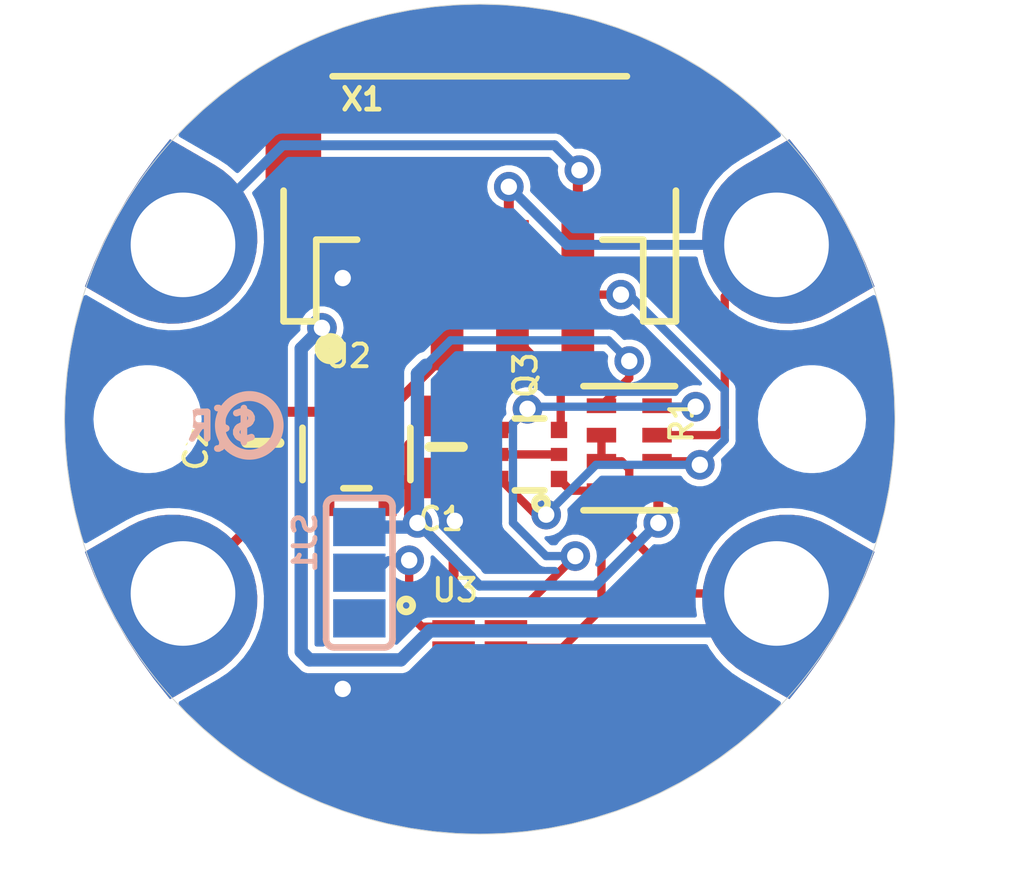
<source format=kicad_pcb>
(kicad_pcb (version 20221018) (generator pcbnew)
  (layers (0 "F.Cu" signal) (31 "B.Cu" signal) (34 "B.Paste" user) (35 "F.Paste" user) (36 "B.SilkS" user "B.Silkscreen") (37 "F.SilkS" user "F.Silkscreen") (38 "B.Mask" user) (39 "F.Mask" user) (44 "Edge.Cuts" user))
  (net 0 "")
  (net 1 "GND")
  (net 2 "SDA")
  (net 3 "SCL")
  (net 4 "3.3V")
  (net 5 "SCL_3V")
  (net 6 "SDA_3V")
  (net 7 "VIN")
  (net 8 "N$1")
  (footprint "working:SEWALLI" (layer "F.Cu") (at 157.1371 110.0836 -120)
    (fp_text reference "VIN_PAD0" hide)
    (fp_text value "SEWTAP-ALLIGATOR" hide)
    (fp_poly (pts (xy 1.097845 -2.657662) (xy 1.826708 -2.584729) (xy 2.6035 -2.467646) (xy 2.6035 -0.887081) (xy 2.584633 -0.575169) (xy 2.527959 -0.265914) (xy 2.434423 0.034255) (xy 2.305387 0.320961) (xy 2.142734 0.590022) (xy 1.948834 0.837517) (xy 1.726517 1.059834) (xy 1.479022 1.253734) (xy 1.209961 1.416387) (xy 0.923255 1.545423) (xy 0.623086 1.638959) (xy 0.313831 1.695633) (xy 0 1.714616) (xy -0.313831 1.695633) (xy -0.623086 1.638959) (xy -0.923255 1.545423) (xy -1.209961 1.416387) (xy -1.479022 1.253734) (xy -1.726517 1.059834) (xy -1.948834 0.837517) (xy -2.142734 0.590022) (xy -2.305387 0.320961) (xy -2.434423 0.034255) (xy -2.527959 -0.265914) (xy -2.584633 -0.575169) (xy -2.6035 -0.887081) (xy -2.6035 -2.467646) (xy -1.826708 -2.584729) (xy -1.097845 -2.657662) (xy -0.366252 -2.694174) (xy 0.366252 -2.694174)) (fill solid) (layer "F.Cu"))
    (fp_poly (pts (xy 1.097845 -2.657662) (xy 1.826708 -2.584729) (xy 2.6035 -2.467646) (xy 2.6035 -0.887081) (xy 2.584633 -0.575169) (xy 2.527959 -0.265914) (xy 2.434423 0.034255) (xy 2.305387 0.320961) (xy 2.142734 0.590022) (xy 1.948834 0.837517) (xy 1.726517 1.059834) (xy 1.479022 1.253734) (xy 1.209961 1.416387) (xy 0.923255 1.545423) (xy 0.623086 1.638959) (xy 0.313831 1.695633) (xy 0 1.714616) (xy -0.313831 1.695633) (xy -0.623086 1.638959) (xy -0.923255 1.545423) (xy -1.209961 1.416387) (xy -1.479022 1.253734) (xy -1.726517 1.059834) (xy -1.948834 0.837517) (xy -2.142734 0.590022) (xy -2.305387 0.320961) (xy -2.434423 0.034255) (xy -2.527959 -0.265914) (xy -2.584633 -0.575169) (xy -2.6035 -0.887081) (xy -2.6035 -2.467646) (xy -1.826708 -2.584729) (xy -1.097845 -2.657662) (xy -0.366252 -2.694174) (xy 0.366252 -2.694174)) (fill solid) (layer "B.Cu"))
    (pad "P$1" thru_hole circle (at 0 -0.508 240) (size 4.216 4.216) (drill 3.2) (layers "*.Cu" "*.Mask") (net 7 "VIN"))
  )
  (footprint "working:JSTPH4" (layer "F.Cu") (at 148.5011 97.5106)
    (fp_text reference "X1" (at -4.318 -1.905) (layer "F.SilkS") (effects (font (size 0.666496 0.666496) (thickness 0.146304)) (justify left bottom)))
    (fp_text value "STEMMA_I2C_RASMT")
    (fp_line (start -6 0.5) (end -6 4.5) (stroke (width 0.2032)) (layer "F.SilkS"))
    (fp_line (start -6 4.5) (end -5 4.5) (stroke (width 0.2032)) (layer "F.SilkS"))
    (fp_line (start -5 2) (end -3.75 2) (stroke (width 0.2032)) (layer "F.SilkS"))
    (fp_line (start -5 4.5) (end -5 2) (stroke (width 0.2032)) (layer "F.SilkS"))
    (fp_line (start -4.5 -3) (end 4.5 -3) (stroke (width 0.2032)) (layer "F.SilkS"))
    (fp_line (start 3.75 2) (end 5 2) (stroke (width 0.2032)) (layer "F.SilkS"))
    (fp_line (start 5 2) (end 5 4.5) (stroke (width 0.2032)) (layer "F.SilkS"))
    (fp_line (start 5 4.5) (end 6 4.5) (stroke (width 0.2032)) (layer "F.SilkS"))
    (fp_line (start 6 4.5) (end 6 0.5) (stroke (width 0.2032)) (layer "F.SilkS"))
    (fp_circle (center -4.572 5.334) (end -4.318 5.334) (stroke (width 0.4444)) (fill none) (layer "F.SilkS"))
    (pad "1" smd rect (at -3 3.7) (size 1 4.6) (layers "F.Cu" "F.Paste" "F.Mask") (net 1 "GND"))
    (pad "2" smd rect (at -1 3.7) (size 1 4.6) (layers "F.Cu" "F.Paste" "F.Mask") (net 7 "VIN"))
    (pad "3" smd rect (at 1 3.7) (size 1 4.6) (layers "F.Cu" "F.Paste" "F.Mask") (net 2 "SDA"))
    (pad "4" smd rect (at 3 3.7) (size 1 4.6) (layers "F.Cu" "F.Paste" "F.Mask") (net 3 "SCL"))
    (pad "NC1" smd rect (at -5.7 -1.5 90) (size 3.4 1.7) (layers "F.Cu" "F.Paste" "F.Mask"))
    (pad "NC2" smd rect (at 5.7 -1.5 90) (size 3.4 1.7) (layers "F.Cu" "F.Paste" "F.Mask"))
  )
  (footprint "working:SOT23-5" (layer "F.Cu") (at 144.7301 106.0676 180)
    (fp_text reference "U2" (at -0.522 3) (layer "F.SilkS") (effects (font (size 0.692831 0.692831) (thickness 0.119969)) (justify right)))
    (fp_text value "MIC5225-3.3")
    (fp_line (start -1.65 -0.8) (end -1.65 0.8) (stroke (width 0.2032)) (layer "F.SilkS"))
    (fp_line (start -0.4 -1.05) (end 0.4 -1.05) (stroke (width 0.2032)) (layer "F.SilkS"))
    (fp_line (start 1.65 -0.8) (end 1.65 0.8) (stroke (width 0.2032)) (layer "F.SilkS"))
    (pad "1" smd rect (at -0.95 1.3001 180) (size 0.55 1.2) (layers "F.Cu" "F.Paste" "F.Mask") (net 7 "VIN"))
    (pad "2" smd rect (at 0 1.3001 180) (size 0.55 1.2) (layers "F.Cu" "F.Paste" "F.Mask") (net 1 "GND"))
    (pad "3" smd rect (at 0.95 1.3001 180) (size 0.55 1.2) (layers "F.Cu" "F.Paste" "F.Mask") (net 7 "VIN"))
    (pad "4" smd rect (at 0.95 -1.3001 180) (size 0.55 1.2) (layers "F.Cu" "F.Paste" "F.Mask"))
    (pad "5" smd rect (at -0.95 -1.3001 180) (size 0.55 1.2) (layers "F.Cu" "F.Paste" "F.Mask") (net 4 "3.3V"))
  )
  (footprint "working:FIDUCIAL_1MM" (layer "F.Cu") (at 152.1841 95.6056)
    (fp_text reference "FID2" hide)
    (fp_text value "FIDUCIAL_1MM" hide)
    (pad "1" smd roundrect (at 0 0) (size 1 1) (layers "F.Cu" "F.Mask") (roundrect_rratio 0.5))
  )
  (footprint "working:TSL2561_FN" (layer "F.Cu") (at 148.5011 111.3536)
    (fp_text reference "U3" (at -1.524 -1.116) (layer "F.SilkS") (effects (font (size 0.692831 0.692831) (thickness 0.119969)) (justify left)))
    (fp_text value "TSL2561")
    (fp_circle (center -2.25 -0.65) (end -2.05 -0.65) (stroke (width 0.2032)) (fill none) (layer "F.SilkS"))
    (pad "ADR" smd rect (at -0.8 0) (size 1.3 0.4) (layers "F.Cu" "F.Mask") (net 8 "N$1"))
    (pad "CLK" smd rect (at 0.8 0.65) (size 1.3 0.4) (layers "F.Cu" "F.Mask") (net 5 "SCL_3V"))
    (pad "DATA" smd rect (at 0.8 -0.65) (size 1.3 0.4) (layers "F.Cu" "F.Mask") (net 6 "SDA_3V"))
    (pad "INT" smd rect (at 0.8 0) (size 1.3 0.4) (layers "F.Cu" "F.Mask"))
    (pad "VDD" smd rect (at -0.8 -0.65) (size 1.3 0.4) (layers "F.Cu" "F.Mask") (net 4 "3.3V"))
    (pad "VSS" smd rect (at -0.8 0.65) (size 1.3 0.4) (layers "F.Cu" "F.Mask") (net 1 "GND"))
  )
  (footprint "" (layer "F.Cu") (at 138.3411 105.0036)
    (fp_text reference "@HOLE0" hide)
    (fp_text value "" (at 0 0) (layer "F.SilkS") (effects (font (size 1.27 1.27))))
    (pad "" np_thru_hole circle (at 0 0) (size 2.8 2.8) (drill 2.8) (layers "*.Cu" "*.Mask"))
  )
  (footprint "working:RESPACK_4X0603" (layer "F.Cu") (at 153.0731 105.8926 -90)
    (fp_text reference "R1" (at -1.6 -1.6 90) (layer "F.SilkS") (effects (font (size 0.692831 0.692831) (thickness 0.119969)) (justify right)))
    (fp_text value "10K")
    (fp_line (start -1.9 1.4) (end -1.9 -1.4) (stroke (width 0.2032)) (layer "F.SilkS"))
    (fp_line (start 1.9 -1.4) (end 1.9 1.4) (stroke (width 0.2032)) (layer "F.SilkS"))
    (pad "1" smd rect (at -1.3 0.85 270) (size 0.45 0.9) (layers "F.Cu" "F.Paste" "F.Mask") (net 4 "3.3V"))
    (pad "2" smd rect (at -0.4 0.85 270) (size 0.45 0.9) (layers "F.Cu" "F.Paste" "F.Mask") (net 7 "VIN"))
    (pad "3" smd rect (at 0.4 0.85 270) (size 0.45 0.9) (layers "F.Cu" "F.Paste" "F.Mask") (net 7 "VIN"))
    (pad "4" smd rect (at 1.3 0.85 270) (size 0.45 0.9) (layers "F.Cu" "F.Paste" "F.Mask") (net 5 "SCL_3V"))
    (pad "5" smd rect (at 1.3 -0.85 270) (size 0.45 0.9) (layers "F.Cu" "F.Paste" "F.Mask") (net 4 "3.3V"))
    (pad "6" smd rect (at 0.4 -0.85 270) (size 0.45 0.9) (layers "F.Cu" "F.Paste" "F.Mask") (net 3 "SCL"))
    (pad "7" smd rect (at -0.4 -0.85 270) (size 0.45 0.9) (layers "F.Cu" "F.Paste" "F.Mask") (net 2 "SDA"))
    (pad "8" smd rect (at -1.3 -0.85 270) (size 0.45 0.9) (layers "F.Cu" "F.Paste" "F.Mask") (net 6 "SDA_3V"))
  )
  (footprint "working:SEWALLI" (layer "F.Cu") (at 139.8651 99.9236 60)
    (fp_text reference "SCL_PAD0" hide)
    (fp_text value "SEWTAP-ALLIGATOR" hide)
    (fp_poly (pts (xy 1.097845 -2.657662) (xy 1.826708 -2.584729) (xy 2.6035 -2.467646) (xy 2.6035 -0.887081) (xy 2.584633 -0.575169) (xy 2.527959 -0.265914) (xy 2.434423 0.034255) (xy 2.305387 0.320961) (xy 2.142734 0.590022) (xy 1.948834 0.837517) (xy 1.726517 1.059834) (xy 1.479022 1.253734) (xy 1.209961 1.416387) (xy 0.923255 1.545423) (xy 0.623086 1.638959) (xy 0.313831 1.695633) (xy 0 1.714616) (xy -0.313831 1.695633) (xy -0.623086 1.638959) (xy -0.923255 1.545423) (xy -1.209961 1.416387) (xy -1.479022 1.253734) (xy -1.726517 1.059834) (xy -1.948834 0.837517) (xy -2.142734 0.590022) (xy -2.305387 0.320961) (xy -2.434423 0.034255) (xy -2.527959 -0.265914) (xy -2.584633 -0.575169) (xy -2.6035 -0.887081) (xy -2.6035 -2.467646) (xy -1.826708 -2.584729) (xy -1.097845 -2.657662) (xy -0.366252 -2.694174) (xy 0.366252 -2.694174)) (fill solid) (layer "F.Cu"))
    (fp_poly (pts (xy 1.097845 -2.657662) (xy 1.826708 -2.584729) (xy 2.6035 -2.467646) (xy 2.6035 -0.887081) (xy 2.584633 -0.575169) (xy 2.527959 -0.265914) (xy 2.434423 0.034255) (xy 2.305387 0.320961) (xy 2.142734 0.590022) (xy 1.948834 0.837517) (xy 1.726517 1.059834) (xy 1.479022 1.253734) (xy 1.209961 1.416387) (xy 0.923255 1.545423) (xy 0.623086 1.638959) (xy 0.313831 1.695633) (xy 0 1.714616) (xy -0.313831 1.695633) (xy -0.623086 1.638959) (xy -0.923255 1.545423) (xy -1.209961 1.416387) (xy -1.479022 1.253734) (xy -1.726517 1.059834) (xy -1.948834 0.837517) (xy -2.142734 0.590022) (xy -2.305387 0.320961) (xy -2.434423 0.034255) (xy -2.527959 -0.265914) (xy -2.584633 -0.575169) (xy -2.6035 -0.887081) (xy -2.6035 -2.467646) (xy -1.826708 -2.584729) (xy -1.097845 -2.657662) (xy -0.366252 -2.694174) (xy 0.366252 -2.694174)) (fill solid) (layer "B.Cu"))
    (pad "P$1" thru_hole circle (at 0 -0.508 60) (size 4.216 4.216) (drill 3.2) (layers "*.Cu" "*.Mask") (net 3 "SCL"))
  )
  (footprint "working:STEMMA_TSL2561_B_FRONT" (layer "F.Cu") (at 135.8011 117.7036)
    (fp_text reference "U$4" hide)
    (fp_text value "" hide)
  )
  (footprint "working:SEWALLI" (layer "F.Cu") (at 157.1371 99.9236 -60)
    (fp_text reference "SDA_PAD0" hide)
    (fp_text value "SEWTAP-ALLIGATOR" hide)
    (fp_poly (pts (xy 1.097845 -2.657662) (xy 1.826708 -2.584729) (xy 2.6035 -2.467646) (xy 2.6035 -0.887081) (xy 2.584633 -0.575169) (xy 2.527959 -0.265914) (xy 2.434423 0.034255) (xy 2.305387 0.320961) (xy 2.142734 0.590022) (xy 1.948834 0.837517) (xy 1.726517 1.059834) (xy 1.479022 1.253734) (xy 1.209961 1.416387) (xy 0.923255 1.545423) (xy 0.623086 1.638959) (xy 0.313831 1.695633) (xy 0 1.714616) (xy -0.313831 1.695633) (xy -0.623086 1.638959) (xy -0.923255 1.545423) (xy -1.209961 1.416387) (xy -1.479022 1.253734) (xy -1.726517 1.059834) (xy -1.948834 0.837517) (xy -2.142734 0.590022) (xy -2.305387 0.320961) (xy -2.434423 0.034255) (xy -2.527959 -0.265914) (xy -2.584633 -0.575169) (xy -2.6035 -0.887081) (xy -2.6035 -2.467646) (xy -1.826708 -2.584729) (xy -1.097845 -2.657662) (xy -0.366252 -2.694174) (xy 0.366252 -2.694174)) (fill solid) (layer "F.Cu"))
    (fp_poly (pts (xy 1.097845 -2.657662) (xy 1.826708 -2.584729) (xy 2.6035 -2.467646) (xy 2.6035 -0.887081) (xy 2.584633 -0.575169) (xy 2.527959 -0.265914) (xy 2.434423 0.034255) (xy 2.305387 0.320961) (xy 2.142734 0.590022) (xy 1.948834 0.837517) (xy 1.726517 1.059834) (xy 1.479022 1.253734) (xy 1.209961 1.416387) (xy 0.923255 1.545423) (xy 0.623086 1.638959) (xy 0.313831 1.695633) (xy 0 1.714616) (xy -0.313831 1.695633) (xy -0.623086 1.638959) (xy -0.923255 1.545423) (xy -1.209961 1.416387) (xy -1.479022 1.253734) (xy -1.726517 1.059834) (xy -1.948834 0.837517) (xy -2.142734 0.590022) (xy -2.305387 0.320961) (xy -2.434423 0.034255) (xy -2.527959 -0.265914) (xy -2.584633 -0.575169) (xy -2.6035 -0.887081) (xy -2.6035 -2.467646) (xy -1.826708 -2.584729) (xy -1.097845 -2.657662) (xy -0.366252 -2.694174) (xy 0.366252 -2.694174)) (fill solid) (layer "B.Cu"))
    (pad "P$1" thru_hole circle (at 0 -0.508 300) (size 4.216 4.216) (drill 3.2) (layers "*.Cu" "*.Mask") (net 2 "SDA"))
  )
  (footprint "working:FIDUCIAL_1MM" (layer "F.Cu") (at 144.8181 97.7646)
    (fp_text reference "FID1" hide)
    (fp_text value "FIDUCIAL_1MM" hide)
    (pad "1" smd roundrect (at 0 0) (size 1 1) (layers "F.Cu" "F.Mask") (roundrect_rratio 0.5))
  )
  (footprint "working:0805-NO" (layer "F.Cu") (at 147.4771 105.8536 -90)
    (fp_text reference "C1" (at 2.2025 -0.5875) (layer "F.SilkS") (effects (font (size 0.692831 0.692831) (thickness 0.119969)) (justify right)))
    (fp_text value "10uF")
    (fp_line (start 0 -0.508) (end 0 0.508) (stroke (width 0.3048)) (layer "F.SilkS"))
    (pad "1" smd rect (at -0.95 0 270) (size 1.24 1.5) (layers "F.Cu" "F.Paste" "F.Mask") (net 4 "3.3V"))
    (pad "2" smd rect (at 0.95 0 270) (size 1.24 1.5) (layers "F.Cu" "F.Paste" "F.Mask") (net 1 "GND"))
  )
  (footprint "" (layer "F.Cu") (at 158.6611 105.0036)
    (fp_text reference "@HOLE1" hide)
    (fp_text value "" (at 0 0) (layer "F.SilkS") (effects (font (size 1.27 1.27))))
    (pad "" np_thru_hole circle (at 0 0) (size 2.8 2.8) (drill 2.8) (layers "*.Cu" "*.Mask"))
  )
  (footprint "working:SOT363" (layer "F.Cu") (at 150.0251 106.0831 90)
    (fp_text reference "Q3" (at 1.651 -0.127 90) (layer "F.SilkS") (effects (font (size 0.692831 0.692831) (thickness 0.119969)) (justify left)))
    (fp_text value "2N7002D")
    (fp_line (start -1.1 -0.45) (end -1.1 0.45) (stroke (width 0.2032)) (layer "F.SilkS"))
    (fp_line (start 1.1 -0.45) (end 1.1 0.45) (stroke (width 0.2032)) (layer "F.SilkS"))
    (fp_circle (center -1.5 0.35) (end -1.4 0.35) (stroke (width 0.2032)) (fill none) (layer "F.SilkS"))
    (pad "1" smd rect (at -0.75 0.9 90) (size 0.5 0.5) (layers "F.Cu" "F.Paste" "F.Mask") (net 5 "SCL_3V"))
    (pad "2" smd rect (at 0 0.9 90) (size 0.4 0.5) (layers "F.Cu" "F.Paste" "F.Mask") (net 4 "3.3V"))
    (pad "3" smd rect (at 0.75 0.9 90) (size 0.5 0.5) (layers "F.Cu" "F.Paste" "F.Mask") (net 2 "SDA"))
    (pad "4" smd rect (at 0.75 -0.9 90) (size 0.5 0.5) (layers "F.Cu" "F.Paste" "F.Mask") (net 6 "SDA_3V"))
    (pad "5" smd rect (at 0 -0.9 90) (size 0.4 0.5) (layers "F.Cu" "F.Paste" "F.Mask") (net 4 "3.3V"))
    (pad "6" smd rect (at -0.75 -0.9 90) (size 0.5 0.5) (layers "F.Cu" "F.Paste" "F.Mask") (net 3 "SCL"))
  )
  (footprint "working:SEWALLI" (layer "F.Cu") (at 139.8651 110.0836 120)
    (fp_text reference "GND_PAD0" hide)
    (fp_text value "SEWTAP-ALLIGATOR" hide)
    (fp_poly (pts (xy 1.097845 -2.657662) (xy 1.826708 -2.584729) (xy 2.6035 -2.467646) (xy 2.6035 -0.887081) (xy 2.584633 -0.575169) (xy 2.527959 -0.265914) (xy 2.434423 0.034255) (xy 2.305387 0.320961) (xy 2.142734 0.590022) (xy 1.948834 0.837517) (xy 1.726517 1.059834) (xy 1.479022 1.253734) (xy 1.209961 1.416387) (xy 0.923255 1.545423) (xy 0.623086 1.638959) (xy 0.313831 1.695633) (xy 0 1.714616) (xy -0.313831 1.695633) (xy -0.623086 1.638959) (xy -0.923255 1.545423) (xy -1.209961 1.416387) (xy -1.479022 1.253734) (xy -1.726517 1.059834) (xy -1.948834 0.837517) (xy -2.142734 0.590022) (xy -2.305387 0.320961) (xy -2.434423 0.034255) (xy -2.527959 -0.265914) (xy -2.584633 -0.575169) (xy -2.6035 -0.887081) (xy -2.6035 -2.467646) (xy -1.826708 -2.584729) (xy -1.097845 -2.657662) (xy -0.366252 -2.694174) (xy 0.366252 -2.694174)) (fill solid) (layer "F.Cu"))
    (fp_poly (pts (xy 1.097845 -2.657662) (xy 1.826708 -2.584729) (xy 2.6035 -2.467646) (xy 2.6035 -0.887081) (xy 2.584633 -0.575169) (xy 2.527959 -0.265914) (xy 2.434423 0.034255) (xy 2.305387 0.320961) (xy 2.142734 0.590022) (xy 1.948834 0.837517) (xy 1.726517 1.059834) (xy 1.479022 1.253734) (xy 1.209961 1.416387) (xy 0.923255 1.545423) (xy 0.623086 1.638959) (xy 0.313831 1.695633) (xy 0 1.714616) (xy -0.313831 1.695633) (xy -0.623086 1.638959) (xy -0.923255 1.545423) (xy -1.209961 1.416387) (xy -1.479022 1.253734) (xy -1.726517 1.059834) (xy -1.948834 0.837517) (xy -2.142734 0.590022) (xy -2.305387 0.320961) (xy -2.434423 0.034255) (xy -2.527959 -0.265914) (xy -2.584633 -0.575169) (xy -2.6035 -0.887081) (xy -2.6035 -2.467646) (xy -1.826708 -2.584729) (xy -1.097845 -2.657662) (xy -0.366252 -2.694174) (xy 0.366252 -2.694174)) (fill solid) (layer "B.Cu"))
    (pad "P$1" thru_hole circle (at 0 -0.508 120) (size 4.216 4.216) (drill 3.2) (layers "*.Cu" "*.Mask") (net 1 "GND"))
  )
  (footprint "working:0805-NO" (layer "F.Cu") (at 141.8661 105.7266 -90)
    (fp_text reference "C2" (at -0.5875 2.0475 90) (layer "F.SilkS") (effects (font (size 0.692831 0.692831) (thickness 0.119969)) (justify right)))
    (fp_text value "10uF")
    (fp_line (start 0 -0.508) (end 0 0.508) (stroke (width 0.3048)) (layer "F.SilkS"))
    (pad "1" smd rect (at -0.95 0 270) (size 1.24 1.5) (layers "F.Cu" "F.Paste" "F.Mask") (net 7 "VIN"))
    (pad "2" smd rect (at 0.95 0 270) (size 1.24 1.5) (layers "F.Cu" "F.Paste" "F.Mask") (net 1 "GND"))
  )
  (footprint "working:STEMMA_TSL2561_B_BACK" (layer "B.Cu") (at 161.2011 117.7036 180)
    (fp_text reference "U$7" hide)
    (fp_text value "" hide)
  )
  (footprint "working:PCBFEAT-REV-040" (layer "B.Cu") (at 141.4526 105.1941 180)
    (fp_text reference "U$8" hide)
    (fp_text value "" hide)
    (fp_text user "${REV}" (at -0.3556 -0.508) (layer "B.SilkS") (effects (font (size 0.8128 0.8128) (thickness 0.2032)) (justify left bottom mirror)))
    (fp_circle (center 0 0) (end 0.898 0) (stroke (width 0.3048)) (fill none) (layer "B.SilkS"))
  )
  (footprint "working:SOLDERJUMPER_2WAY_OPEN_NOPASTE" (layer "B.Cu") (at 144.8181 109.7026 -90)
    (fp_text reference "SJ1" (at -1.905 1.27 90) (layer "B.SilkS") (effects (font (size 0.666496 0.666496) (thickness 0.146304)) (justify left bottom mirror)))
    (fp_text value "")
    (fp_line (start -2.286 -0.762) (end -2.286 0.762) (stroke (width 0.2032)) (layer "B.SilkS"))
    (fp_line (start -2.032 1.016) (end 2.032 1.016) (stroke (width 0.2032)) (layer "B.SilkS"))
    (fp_line (start 2.032 -1.016) (end -2.032 -1.016) (stroke (width 0.2032)) (layer "B.SilkS"))
    (fp_line (start 2.286 -0.762) (end 2.286 0.762) (stroke (width 0.2032)) (layer "B.SilkS"))
    (fp_arc (start -2.286 -0.762) (mid -2.211605 -0.941605) (end -2.032 -1.016) (stroke (width 0.2032)) (layer "B.SilkS"))
    (fp_arc (start -2.032 1.016) (mid -2.211605 0.941605) (end -2.286 0.762) (stroke (width 0.2032)) (layer "B.SilkS"))
    (fp_arc (start 2.032 -1.016) (mid 2.211605 -0.941605) (end 2.286 -0.762) (stroke (width 0.2032)) (layer "B.SilkS"))
    (fp_arc (start 2.286 0.762) (mid 2.211605 0.941605) (end 2.032 1.016) (stroke (width 0.2032)) (layer "B.SilkS"))
    (pad "1" smd rect (at -1.397 0 270) (size 1.1684 1.6002) (layers "B.Cu") (net 4 "3.3V"))
    (pad "2" smd rect (at 0 0 270) (size 1.1684 1.6002) (layers "B.Cu") (net 8 "N$1"))
    (pad "3" smd rect (at 1.397 0 270) (size 1.1684 1.6002) (layers "B.Cu") (net 1 "GND"))
  )
  (gr_circle (center 148.5011 105.0036) (end 161.2011 105.0036) (stroke (width 0.0254)) (fill none) (layer "Edge.Cuts"))
  (segment (start 147.7011 112.0036) (end 147.7011 112.2806) (width 0.254) (layer "F.Cu") (net 1))
  (segment (start 144.7301 103.5676) (end 145.3261 102.9716) (width 0.3048) (layer "F.Cu") (net 1))
  (segment (start 147.4771 106.8036) (end 147.4771 107.8531) (width 0.3048) (layer "F.Cu") (net 1))
  (segment (start 144.9761 100.6856) (end 144.3101 100.6856) (width 0.3048) (layer "F.Cu") (net 1))
  (segment (start 145.3261 101.3856) (end 145.5011 101.2106) (width 0.3048) (layer "F.Cu") (net 1))
  (segment (start 145.3261 102.9716) (end 145.3261 101.3856) (width 0.3048) (layer "F.Cu") (net 1))
  (segment (start 146.7231 113.2586) (end 144.3101 113.2586) (width 0.254) (layer "F.Cu") (net 1))
  (segment (start 144.7301 104.7675) (end 144.7301 103.5676) (width 0.3048) (layer "F.Cu") (net 1))
  (segment (start 147.4771 107.8531) (end 147.7391 108.1151) (width 0.3048) (layer "F.Cu") (net 1))
  (segment (start 141.8661 107.896659) (end 139.42516 110.3376) (width 0.3048) (layer "F.Cu") (net 1))
  (segment (start 145.5011 101.2106) (end 144.9761 100.6856) (width 0.3048) (layer "F.Cu") (net 1))
  (segment (start 147.7011 112.2806) (end 146.7231 113.2586) (width 0.254) (layer "F.Cu") (net 1))
  (segment (start 141.8661 106.6766) (end 141.8661 107.896659) (width 0.3048) (layer "F.Cu") (net 1))
  (via (at 147.7391 108.1151) (size 0.9064) (drill 0.5) (layers "F.Cu" "B.Cu") (net 1))
  (via (at 144.3101 113.2586) (size 0.9064) (drill 0.5) (layers "F.Cu" "B.Cu") (net 1))
  (via (at 144.3101 100.6856) (size 0.9064) (drill 0.5) (layers "F.Cu" "B.Cu") (net 1))
  (segment (start 144.3101 100.6856) (end 144.0561 100.6856) (width 0.3048) (layer "B.Cu") (net 1))
  (segment (start 150.9776 103.9876) (end 150.9776 105.2806) (width 0.254) (layer "F.Cu") (net 2))
  (segment (start 153.9231 105.4926) (end 155.7591 105.4926) (width 0.254) (layer "F.Cu") (net 2))
  (segment (start 150.9776 105.2806) (end 150.9251 105.3331) (width 0.254) (layer "F.Cu") (net 2))
  (segment (start 149.5806 101.2901) (end 149.5011 101.2106) (width 0.254) (layer "F.Cu") (net 2))
  (segment (start 150.5331 103.4796) (end 149.5806 102.5271) (width 0.254) (layer "F.Cu") (net 2))
  (segment (start 150.5331 103.5431) (end 150.9776 103.9876) (width 0.254) (layer "F.Cu") (net 2))
  (segment (start 155.9941 105.2576) (end 155.9941 101.252541) (width 0.254) (layer "F.Cu") (net 2))
  (segment (start 149.3901 101.0996) (end 149.5011 101.2106) (width 0.3048) (layer "F.Cu") (net 2))
  (segment (start 149.5806 102.5271) (end 149.5806 101.2901) (width 0.254) (layer "F.Cu") (net 2))
  (segment (start 155.7591 105.4926) (end 155.9941 105.2576) (width 0.254) (layer "F.Cu") (net 2))
  (segment (start 150.5331 103.4796) (end 150.5331 103.5431) (width 0.254) (layer "F.Cu") (net 2))
  (segment (start 149.3901 97.8916) (end 149.3901 101.0996) (width 0.3048) (layer "F.Cu") (net 2))
  (segment (start 155.9941 101.252541) (end 157.57704 99.6696) (width 0.254) (layer "F.Cu") (net 2))
  (via (at 149.3901 97.8916) (size 0.9064) (drill 0.5) (layers "F.Cu" "B.Cu") (net 2))
  (segment (start 151.1681 99.6696) (end 149.3901 97.8916) (width 0.3048) (layer "B.Cu") (net 2))
  (segment (start 157.57704 99.6696) (end 151.1681 99.6696) (width 0.3048) (layer "B.Cu") (net 2))
  (segment (start 151.5011 101.2106) (end 151.5181 101.1936) (width 0.254) (layer "F.Cu") (net 3))
  (segment (start 155.1241 106.2926) (end 155.2321 106.4006) (width 0.254) (layer "F.Cu") (net 3))
  (segment (start 151.5011 97.4316) (end 151.5011 101.2106) (width 0.3048) (layer "F.Cu") (net 3))
  (segment (start 149.1251 106.8331) (end 150.2166 107.9246) (width 0.254) (layer "F.Cu") (net 3))
  (segment (start 153.9231 106.2926) (end 155.1241 106.2926) (width 0.254) (layer "F.Cu") (net 3))
  (segment (start 151.5491 97.3836) (end 151.5011 97.4316) (width 0.3048) (layer "F.Cu") (net 3))
  (segment (start 150.2166 107.9246) (end 150.5331 107.9246) (width 0.254) (layer "F.Cu") (net 3))
  (segment (start 151.5181 101.1936) (end 152.8191 101.1936) (width 0.254) (layer "F.Cu") (net 3))
  (via (at 150.5331 107.9246) (size 0.9064) (drill 0.5) (layers "F.Cu" "B.Cu") (net 3))
  (via (at 151.5491 97.3836) (size 0.9064) (drill 0.5) (layers "F.Cu" "B.Cu") (net 3))
  (via (at 155.2321 106.4006) (size 0.9064) (drill 0.5) (layers "F.Cu" "B.Cu") (net 3))
  (via (at 152.8191 101.1936) (size 0.9064) (drill 0.5) (layers "F.Cu" "B.Cu") (net 3))
  (segment (start 142.47316 96.6216) (end 150.7871 96.6216) (width 0.3048) (layer "B.Cu") (net 3))
  (segment (start 139.42516 99.6696) (end 142.47316 96.6216) (width 0.3048) (layer "B.Cu") (net 3))
  (segment (start 155.9941 105.6386) (end 155.2321 106.4006) (width 0.254) (layer "B.Cu") (net 3))
  (segment (start 150.5331 107.9246) (end 152.0571 106.4006) (width 0.254) (layer "B.Cu") (net 3))
  (segment (start 155.9941 104.1146) (end 155.9941 105.6386) (width 0.254) (layer "B.Cu") (net 3))
  (segment (start 153.0731 101.1936) (end 155.9941 104.1146) (width 0.254) (layer "B.Cu") (net 3))
  (segment (start 150.7871 96.6216) (end 151.5491 97.3836) (width 0.3048) (layer "B.Cu") (net 3))
  (segment (start 152.0571 106.4006) (end 155.2321 106.4006) (width 0.254) (layer "B.Cu") (net 3))
  (segment (start 152.8191 101.1936) (end 153.0731 101.1936) (width 0.254) (layer "B.Cu") (net 3))
  (segment (start 147.6391 104.9036) (end 147.4771 104.9036) (width 0.3048) (layer "F.Cu") (net 4))
  (segment (start 150.9251 106.0831) (end 149.1251 106.0831) (width 0.254) (layer "F.Cu") (net 4))
  (segment (start 147.7011 109.2836) (end 146.5961 108.1786) (width 0.3048) (layer "F.Cu") (net 4))
  (segment (start 149.1251 106.0831) (end 148.8186 106.0831) (width 0.3048) (layer "F.Cu") (net 4))
  (segment (start 148.8186 106.0831) (end 147.6391 104.9036) (width 0.3048) (layer "F.Cu") (net 4))
  (segment (start 145.756 107.3677) (end 146.3421 106.7816) (width 0.3048) (layer "F.Cu") (net 4))
  (segment (start 152.2231 104.5926) (end 153.0731 103.7426) (width 0.254) (layer "F.Cu") (net 4))
  (segment (start 153.9621 107.2316) (end 153.9621 108.1786) (width 0.3048) (layer "F.Cu") (net 4))
  (segment (start 146.3421 107.9246) (end 146.3421 106.7816) (width 0.3048) (layer "F.Cu") (net 4))
  (segment (start 147.7011 110.7036) (end 147.7011 109.2836) (width 0.3048) (layer "F.Cu") (net 4))
  (segment (start 147.2231 104.9036) (end 147.4771 104.9036) (width 0.3048) (layer "F.Cu") (net 4))
  (segment (start 153.9231 107.1926) (end 153.9621 107.2316) (width 0.254) (layer "F.Cu") (net 4))
  (segment (start 146.3421 105.7846) (end 147.2231 104.9036) (width 0.3048) (layer "F.Cu") (net 4))
  (segment (start 146.3421 106.7816) (end 146.3421 105.7846) (width 0.3048) (layer "F.Cu") (net 4))
  (segment (start 153.0731 103.7426) (end 153.0731 103.2256) (width 0.254) (layer "F.Cu") (net 4))
  (segment (start 145.6801 107.3677) (end 145.756 107.3677) (width 0.3048) (layer "F.Cu") (net 4))
  (segment (start 146.3421 107.9246) (end 146.5961 108.1786) (width 0.3048) (layer "F.Cu") (net 4))
  (via (at 153.0731 103.2256) (size 0.9064) (drill 0.5) (layers "F.Cu" "B.Cu") (net 4))
  (via (at 153.9621 108.1786) (size 0.9064) (drill 0.5) (layers "F.Cu" "B.Cu") (net 4))
  (via (at 146.5961 108.1786) (size 0.9064) (drill 0.5) (layers "F.Cu" "B.Cu") (net 4))
  (segment (start 152.4381 102.5906) (end 147.6121 102.5906) (width 0.254) (layer "B.Cu") (net 4))
  (segment (start 146.4691 108.3056) (end 146.5961 108.1786) (width 0.4064) (layer "B.Cu") (net 4))
  (segment (start 153.9621 108.1786) (end 152.0456 110.0951) (width 0.3048) (layer "B.Cu") (net 4))
  (segment (start 148.4896 110.0951) (end 148.2471 109.8526) (width 0.3048) (layer "B.Cu") (net 4))
  (segment (start 148.2471 109.8526) (end 148.2471 109.8296) (width 0.3048) (layer "B.Cu") (net 4))
  (segment (start 152.0456 110.0951) (end 148.4896 110.0951) (width 0.3048) (layer "B.Cu") (net 4))
  (segment (start 153.0731 103.2256) (end 152.4381 102.5906) (width 0.254) (layer "B.Cu") (net 4))
  (segment (start 148.2471 109.8296) (end 146.5961 108.1786) (width 0.3048) (layer "B.Cu") (net 4))
  (segment (start 144.8181 108.3056) (end 146.4691 108.3056) (width 0.4064) (layer "B.Cu") (net 4))
  (segment (start 147.6121 102.5906) (end 146.8501 103.3526) (width 0.254) (layer "B.Cu") (net 4))
  (segment (start 146.8501 103.3526) (end 146.5961 103.6066) (width 0.4064) (layer "B.Cu") (net 4))
  (segment (start 146.5961 103.6066) (end 146.5961 108.1786) (width 0.4064) (layer "B.Cu") (net 4))
  (segment (start 152.2231 110.8066) (end 152.2231 107.1926) (width 0.254) (layer "F.Cu") (net 5))
  (segment (start 150.9251 106.8331) (end 151.2846 107.1926) (width 0.254) (layer "F.Cu") (net 5))
  (segment (start 149.3011 112.0036) (end 151.0261 112.0036) (width 0.254) (layer "F.Cu") (net 5))
  (segment (start 151.0261 112.0036) (end 152.2231 110.8066) (width 0.254) (layer "F.Cu") (net 5))
  (segment (start 151.2846 107.1926) (end 152.2231 107.1926) (width 0.254) (layer "F.Cu") (net 5))
  (segment (start 153.9231 104.5926) (end 153.9531 104.6226) (width 0.254) (layer "F.Cu") (net 6))
  (segment (start 153.9531 104.6226) (end 155.1051 104.6226) (width 0.254) (layer "F.Cu") (net 6))
  (segment (start 149.1361 105.3221) (end 149.1251 105.3331) (width 0.254) (layer "F.Cu") (net 6))
  (segment (start 149.3011 110.7036) (end 149.9131 110.7036) (width 0.254) (layer "F.Cu") (net 6))
  (segment (start 149.3256 105.3221) (end 149.9616 104.6861) (width 0.254) (layer "F.Cu") (net 6))
  (segment (start 149.9131 110.7036) (end 151.4221 109.1946) (width 0.254) (layer "F.Cu") (net 6))
  (segment (start 149.1361 105.3221) (end 149.3256 105.3221) (width 0.254) (layer "F.Cu") (net 6))
  (via (at 149.9616 104.6861) (size 0.9064) (drill 0.5) (layers "F.Cu" "B.Cu") (net 6))
  (via (at 151.4221 109.1946) (size 0.9064) (drill 0.5) (layers "F.Cu" "B.Cu") (net 6))
  (via (at 155.1051 104.6226) (size 0.9064) (drill 0.5) (layers "F.Cu" "B.Cu") (net 6))
  (segment (start 150.5331 109.1946) (end 149.5171 108.1786) (width 0.254) (layer "B.Cu") (net 6))
  (segment (start 149.5171 108.1786) (end 149.5171 105.1306) (width 0.254) (layer "B.Cu") (net 6))
  (segment (start 150.0251 104.6226) (end 149.9616 104.6861) (width 0.254) (layer "B.Cu") (net 6))
  (segment (start 155.1051 104.6226) (end 150.0251 104.6226) (width 0.254) (layer "B.Cu") (net 6))
  (segment (start 151.4221 109.1946) (end 150.5331 109.1946) (width 0.254) (layer "B.Cu") (net 6))
  (segment (start 149.5171 105.1306) (end 149.9616 104.6861) (width 0.254) (layer "B.Cu") (net 6))
  (segment (start 152.8381 106.2926) (end 153.0731 106.5276) (width 0.254) (layer "F.Cu") (net 7))
  (segment (start 143.6751 102.2096) (end 143.7801 102.3146) (width 0.4064) (layer "F.Cu") (net 7))
  (segment (start 154.8511 110.3376) (end 157.57704 110.3376) (width 0.254) (layer "F.Cu") (net 7))
  (segment (start 143.8021 106.0196) (end 143.8021 104.7675) (width 0.3048) (layer "F.Cu") (net 7))
  (segment (start 152.2231 106.2926) (end 152.8381 106.2926) (width 0.254) (layer "F.Cu") (net 7))
  (segment (start 152.2231 106.2926) (end 152.2231 105.4926) (width 0.254) (layer "F.Cu") (net 7))
  (segment (start 143.8021 104.7675) (end 143.7801 104.7675) (width 0.3048) (layer "F.Cu") (net 7))
  (segment (start 145.6892 104.7675) (end 147.5011 102.9556) (width 0.3048) (layer "F.Cu") (net 7))
  (segment (start 145.6801 104.7675) (end 145.6892 104.7675) (width 0.3048) (layer "F.Cu") (net 7))
  (segment (start 153.0731 108.5596) (end 154.8511 110.3376) (width 0.254) (layer "F.Cu") (net 7))
  (segment (start 145.6801 104.7675) (end 145.6801 106.0196) (width 0.3048) (layer "F.Cu") (net 7))
  (segment (start 143.7801 104.7766) (end 141.8661 104.7766) (width 0.3048) (layer "F.Cu") (net 7))
  (segment (start 147.5011 102.9556) (end 147.5011 101.2106) (width 0.3048) (layer "F.Cu") (net 7))
  (segment (start 153.0731 106.5276) (end 153.0731 108.5596) (width 0.254) (layer "F.Cu") (net 7))
  (segment (start 143.7801 102.3146) (end 143.7801 104.7675) (width 0.4064) (layer "F.Cu") (net 7))
  (segment (start 143.7801 104.7675) (end 143.7801 104.7766) (width 0.3048) (layer "F.Cu") (net 7))
  (segment (start 145.6801 106.0196) (end 143.8021 106.0196) (width 0.3048) (layer "F.Cu") (net 7))
  (via (at 143.6751 102.2096) (size 0.9064) (drill 0.5) (layers "F.Cu" "B.Cu") (net 7))
  (segment (start 156.43404 111.4806) (end 146.9771 111.4806) (width 0.4064) (layer "B.Cu") (net 7))
  (segment (start 143.0401 112.1156) (end 143.0401 102.8446) (width 0.4064) (layer "B.Cu") (net 7))
  (segment (start 156.43404 111.4806) (end 157.57704 110.3376) (width 0.4064) (layer "B.Cu") (net 7))
  (segment (start 143.0401 102.8446) (end 143.6751 102.2096) (width 0.4064) (layer "B.Cu") (net 7))
  (segment (start 143.2941 112.3696) (end 143.0401 112.1156) (width 0.4064) (layer "B.Cu") (net 7))
  (segment (start 146.9771 111.4806) (end 146.0881 112.3696) (width 0.4064) (layer "B.Cu") (net 7))
  (segment (start 146.0881 112.3696) (end 143.2941 112.3696) (width 0.4064) (layer "B.Cu") (net 7))
  (segment (start 146.3421 109.3216) (end 146.3421 110.9726) (width 0.254) (layer "F.Cu") (net 8))
  (segment (start 146.7231 111.3536) (end 147.7011 111.3536) (width 0.254) (layer "F.Cu") (net 8))
  (segment (start 146.3421 110.9726) (end 146.7231 111.3536) (width 0.254) (layer "F.Cu") (net 8))
  (via (at 146.3421 109.3216) (size 0.9064) (drill 0.5) (layers "F.Cu" "B.Cu") (net 8))
  (segment (start 144.8181 109.7026) (end 145.3261 109.7026) (width 0.254) (layer "B.Cu") (net 8))
  (segment (start 145.3261 109.7026) (end 145.7071 109.3216) (width 0.254) (layer "B.Cu") (net 8))
  (segment (start 145.7071 109.3216) (end 146.3421 109.3216) (width 0.254) (layer "B.Cu") (net 8))
  (zone (net 1) (net_name "GND") (layer "B.Cu") (priority 6) (connect_pads (clearance 0.000001)) (min_thickness 0.127) (fill yes (thermal_gap 0.304) (thermal_bridge_width 0.304))
    (polygon (pts (xy 149.935508 92.256955) (xy 150.649711 92.357783) (xy 151.355387 92.498151) (xy 152.052083 92.677865) (xy 152.737606 92.896362) (xy 153.4098 93.152951) (xy 154.066548 93.446827) (xy 154.705787 93.777066) (xy 155.325502 94.142627) (xy 155.923745 94.54236) (xy 156.498634 94.975008) (xy 157.048361 95.439211) (xy 157.571194 95.933506) (xy 158.065489 96.456339) (xy 158.529692 97.006066) (xy 158.96234 97.580955) (xy 159.362073 98.179198) (xy 159.727634 98.798913) (xy 160.057873 99.438152) (xy 160.351749 100.0949) (xy 160.608338 100.767094) (xy 160.826835 101.452617) (xy 161.006549 102.149313) (xy 161.146917 102.854989) (xy 161.247496 103.567426) (xy 161.307971 104.284381) (xy 161.3282 105.005383) (xy 161.247745 106.438008) (xy 161.146917 107.152211) (xy 161.006549 107.857887) (xy 160.826835 108.554583) (xy 160.608338 109.240106) (xy 160.351749 109.9123) (xy 160.057873 110.569048) (xy 159.727634 111.208287) (xy 159.362073 111.828002) (xy 158.96234 112.426245) (xy 158.529692 113.001134) (xy 158.065489 113.550861) (xy 157.571194 114.073694) (xy 157.048361 114.567989) (xy 156.498634 115.032192) (xy 155.923745 115.46484) (xy 155.325502 115.864573) (xy 154.705787 116.230134) (xy 154.066548 116.560373) (xy 153.4098 116.854249) (xy 152.737606 117.110838) (xy 152.052083 117.329335) (xy 151.355387 117.509049) (xy 150.649711 117.649417) (xy 149.937274 117.749996) (xy 149.220319 117.810471) (xy 148.499317 117.8307) (xy 147.066692 117.750245) (xy 146.352489 117.649417) (xy 145.646813 117.509049) (xy 144.950117 117.329335) (xy 144.264594 117.110838) (xy 143.5924 116.854249) (xy 142.935652 116.560373) (xy 142.296413 116.230134) (xy 141.676698 115.864573) (xy 141.078455 115.46484) (xy 140.503566 115.032192) (xy 139.953839 114.567989) (xy 139.431006 114.073694) (xy 138.936711 113.550861) (xy 138.472508 113.001134) (xy 138.03986 112.426245) (xy 137.640127 111.828002) (xy 137.274566 111.208287) (xy 136.944327 110.569048) (xy 136.650451 109.9123) (xy 136.393862 109.240106) (xy 136.175365 108.554583) (xy 135.995651 107.857887) (xy 135.855283 107.152211) (xy 135.754704 106.439774) (xy 135.694229 105.722819) (xy 135.67405 105.0036) (xy 135.694229 104.284381) (xy 135.754704 103.567426) (xy 135.855283 102.854989) (xy 135.995651 102.149313) (xy 136.175365 101.452617) (xy 136.393862 100.767094) (xy 136.650451 100.0949) (xy 136.944327 99.438152) (xy 137.274566 98.798913) (xy 137.640127 98.179198) (xy 138.03986 97.580955) (xy 138.472508 97.006066) (xy 138.936711 96.456339) (xy 139.431006 95.933506) (xy 139.953839 95.439211) (xy 140.503566 94.975008) (xy 141.078455 94.54236) (xy 141.676698 94.142627) (xy 142.296413 93.777066) (xy 142.935652 93.446827) (xy 143.5924 93.152951) (xy 144.264594 92.896362) (xy 144.950117 92.677865) (xy 145.646813 92.498151) (xy 146.352489 92.357783) (xy 147.064926 92.257204) (xy 147.781881 92.196729) (xy 148.502883 92.1765)))
  )
)
</source>
